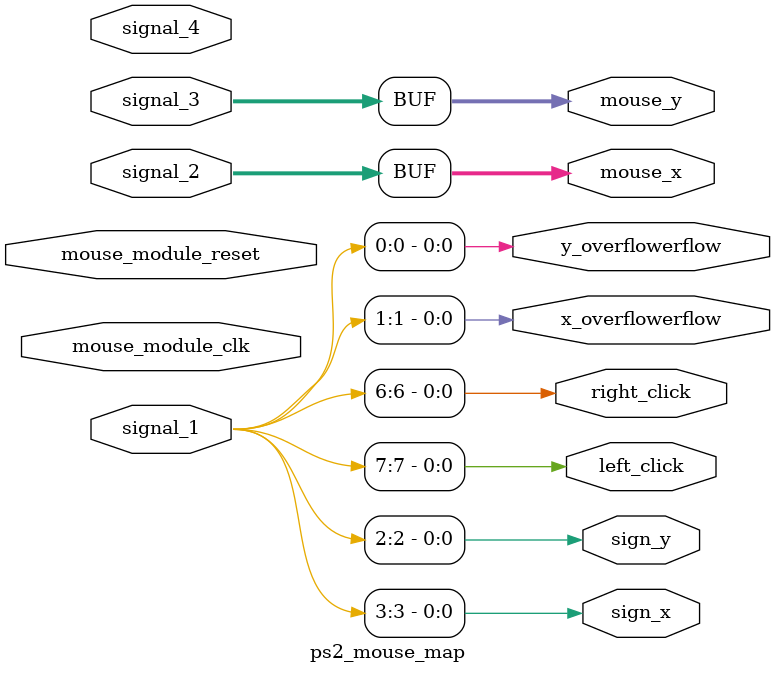
<source format=sv>
module ps2_mouse_map(
 input wire        mouse_module_clk,
 input wire        mouse_module_reset,
 input wire [7:0]  signal_1,
 input wire [7:0]  signal_2,
 input wire [7:0]  signal_3,
 input wire [7:0]  signal_4,
 output wire [7:0] mouse_x,
 output wire [7:0] mouse_y,
 output wire       sign_x,
 output wire       sign_y,
 output wire       left_click,
 output wire       right_click,
 output wire       x_overflowerflow,
 output wire       y_overflowerflow
 );

   assign mouse_x = signal_2;
   assign mouse_y = signal_3;
   assign {x_overflowerflow, y_overflowerflow} = signal_1[1:0];
   assign {sign_x, sign_y} = signal_1[3:2];
   assign {left_click, right_click} = signal_1[7:6];
endmodule
</source>
